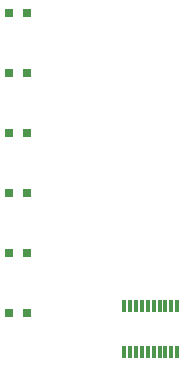
<source format=gbr>
G04 EAGLE Gerber RS-274X export*
G75*
%MOMM*%
%FSLAX34Y34*%
%LPD*%
%INSolderpaste Top*%
%IPPOS*%
%AMOC8*
5,1,8,0,0,1.08239X$1,22.5*%
G01*
%ADD10R,0.800000X0.800000*%
%ADD11R,0.300000X1.100000*%


D10*
X729100Y558800D03*
X744100Y558800D03*
X729100Y508000D03*
X744100Y508000D03*
D11*
X826500Y271900D03*
X831500Y271900D03*
X836500Y271900D03*
X841500Y271900D03*
X846500Y271900D03*
X851500Y271900D03*
X856500Y271900D03*
X861500Y271900D03*
X866500Y271900D03*
X871500Y271900D03*
X871500Y310900D03*
X866500Y310900D03*
X861500Y310900D03*
X856500Y310900D03*
X851500Y310900D03*
X846500Y310900D03*
X841500Y310900D03*
X836500Y310900D03*
X831500Y310900D03*
X826500Y310900D03*
D10*
X729100Y457200D03*
X744100Y457200D03*
X729100Y406400D03*
X744100Y406400D03*
X729100Y355600D03*
X744100Y355600D03*
X729100Y304800D03*
X744100Y304800D03*
M02*

</source>
